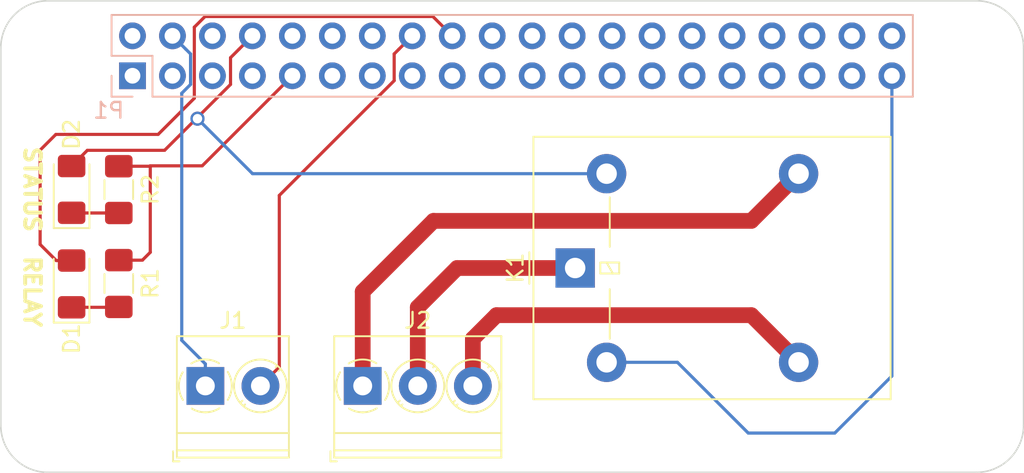
<source format=kicad_pcb>
(kicad_pcb (version 20171130) (host pcbnew "(5.0.0)")

  (general
    (thickness 1.6)
    (drawings 10)
    (tracks 59)
    (zones 0)
    (modules 12)
    (nets 37)
  )

  (page A3)
  (title_block
    (date "15 nov 2012")
  )

  (layers
    (0 F.Cu signal)
    (31 B.Cu signal)
    (32 B.Adhes user)
    (33 F.Adhes user)
    (34 B.Paste user)
    (35 F.Paste user)
    (36 B.SilkS user)
    (37 F.SilkS user)
    (38 B.Mask user)
    (39 F.Mask user)
    (40 Dwgs.User user)
    (41 Cmts.User user)
    (42 Eco1.User user)
    (43 Eco2.User user)
    (44 Edge.Cuts user)
  )

  (setup
    (last_trace_width 0.2)
    (trace_clearance 0.2)
    (zone_clearance 0.508)
    (zone_45_only no)
    (trace_min 0.1524)
    (segment_width 0.1)
    (edge_width 0.1)
    (via_size 0.9)
    (via_drill 0.6)
    (via_min_size 0.8)
    (via_min_drill 0.5)
    (uvia_size 0.5)
    (uvia_drill 0.1)
    (uvias_allowed no)
    (uvia_min_size 0.5)
    (uvia_min_drill 0.1)
    (pcb_text_width 0.3)
    (pcb_text_size 1 1)
    (mod_edge_width 0.15)
    (mod_text_size 1 1)
    (mod_text_width 0.15)
    (pad_size 2.5 2.5)
    (pad_drill 2.5)
    (pad_to_mask_clearance 0)
    (aux_axis_origin 200 150)
    (grid_origin 200 150)
    (visible_elements 7FFFFFFF)
    (pcbplotparams
      (layerselection 0x00030_ffffffff)
      (usegerberextensions false)
      (usegerberattributes true)
      (usegerberadvancedattributes false)
      (creategerberjobfile false)
      (excludeedgelayer true)
      (linewidth 0.150000)
      (plotframeref false)
      (viasonmask false)
      (mode 1)
      (useauxorigin false)
      (hpglpennumber 1)
      (hpglpenspeed 20)
      (hpglpendiameter 15.000000)
      (psnegative false)
      (psa4output false)
      (plotreference true)
      (plotvalue true)
      (plotinvisibletext false)
      (padsonsilk false)
      (subtractmaskfromsilk false)
      (outputformat 1)
      (mirror false)
      (drillshape 0)
      (scaleselection 1)
      (outputdirectory "gerber/"))
  )

  (net 0 "")
  (net 1 +3V3)
  (net 2 +5V)
  (net 3 GND)
  (net 4 /ID_SD)
  (net 5 /ID_SC)
  (net 6 /GPIO5)
  (net 7 /GPIO6)
  (net 8 /GPIO26)
  (net 9 "/GPIO2(SDA1)")
  (net 10 "/GPIO3(SCL1)")
  (net 11 "/GPIO4(GCLK)")
  (net 12 "/GPIO14(TXD0)")
  (net 13 "/GPIO15(RXD0)")
  (net 14 "/GPIO17(GEN0)")
  (net 15 "/GPIO27(GEN2)")
  (net 16 "/GPIO22(GEN3)")
  (net 17 "/GPIO23(GEN4)")
  (net 18 "/GPIO24(GEN5)")
  (net 19 "/GPIO25(GEN6)")
  (net 20 "/GPIO18(GEN1)(PWM0)")
  (net 21 "/GPIO10(SPI0_MOSI)")
  (net 22 "/GPIO9(SPI0_MISO)")
  (net 23 "/GPIO11(SPI0_SCK)")
  (net 24 "/GPIO8(SPI0_CE_N)")
  (net 25 "/GPIO7(SPI1_CE_N)")
  (net 26 "/GPIO12(PWM0)")
  (net 27 "/GPIO13(PWM1)")
  (net 28 "/GPIO19(SPI1_MISO)")
  (net 29 /GPIO16)
  (net 30 "/GPIO20(SPI1_MOSI)")
  (net 31 "/GPIO21(SPI1_SCK)")
  (net 32 "Net-(D1-Pad1)")
  (net 33 "Net-(J2-Pad1)")
  (net 34 "Net-(J2-Pad2)")
  (net 35 "Net-(J2-Pad3)")
  (net 36 "Net-(D2-Pad1)")

  (net_class Default "This is the default net class."
    (clearance 0.2)
    (trace_width 0.2)
    (via_dia 0.9)
    (via_drill 0.6)
    (uvia_dia 0.5)
    (uvia_drill 0.1)
    (add_net +3V3)
    (add_net +5V)
    (add_net "/GPIO10(SPI0_MOSI)")
    (add_net "/GPIO11(SPI0_SCK)")
    (add_net "/GPIO12(PWM0)")
    (add_net "/GPIO13(PWM1)")
    (add_net "/GPIO14(TXD0)")
    (add_net "/GPIO15(RXD0)")
    (add_net /GPIO16)
    (add_net "/GPIO17(GEN0)")
    (add_net "/GPIO18(GEN1)(PWM0)")
    (add_net "/GPIO19(SPI1_MISO)")
    (add_net "/GPIO2(SDA1)")
    (add_net "/GPIO20(SPI1_MOSI)")
    (add_net "/GPIO21(SPI1_SCK)")
    (add_net "/GPIO22(GEN3)")
    (add_net "/GPIO23(GEN4)")
    (add_net "/GPIO24(GEN5)")
    (add_net "/GPIO25(GEN6)")
    (add_net /GPIO26)
    (add_net "/GPIO27(GEN2)")
    (add_net "/GPIO3(SCL1)")
    (add_net "/GPIO4(GCLK)")
    (add_net /GPIO5)
    (add_net /GPIO6)
    (add_net "/GPIO7(SPI1_CE_N)")
    (add_net "/GPIO8(SPI0_CE_N)")
    (add_net "/GPIO9(SPI0_MISO)")
    (add_net /ID_SC)
    (add_net /ID_SD)
    (add_net GND)
    (add_net "Net-(D1-Pad1)")
    (add_net "Net-(D2-Pad1)")
  )

  (net_class Power ""
    (clearance 0.5)
    (trace_width 1)
    (via_dia 1)
    (via_drill 0.7)
    (uvia_dia 0.5)
    (uvia_drill 0.1)
    (add_net "Net-(J2-Pad1)")
    (add_net "Net-(J2-Pad2)")
    (add_net "Net-(J2-Pad3)")
  )

  (module LED_SMD:LED_1206_3216Metric_Pad1.42x1.75mm_HandSolder (layer F.Cu) (tedit 5B4B45C9) (tstamp 5B80F3C6)
    (at 204.5 132 90)
    (descr "LED SMD 1206 (3216 Metric), square (rectangular) end terminal, IPC_7351 nominal, (Body size source: http://www.tortai-tech.com/upload/download/2011102023233369053.pdf), generated with kicad-footprint-generator")
    (tags "LED handsolder")
    (path /5B76D8B5)
    (attr smd)
    (fp_text reference D2 (at 3.5 0 90) (layer F.SilkS)
      (effects (font (size 1 1) (thickness 0.15)))
    )
    (fp_text value LED (at 0 1.82 90) (layer F.Fab)
      (effects (font (size 1 1) (thickness 0.15)))
    )
    (fp_line (start 1.6 -0.8) (end -1.2 -0.8) (layer F.Fab) (width 0.1))
    (fp_line (start -1.2 -0.8) (end -1.6 -0.4) (layer F.Fab) (width 0.1))
    (fp_line (start -1.6 -0.4) (end -1.6 0.8) (layer F.Fab) (width 0.1))
    (fp_line (start -1.6 0.8) (end 1.6 0.8) (layer F.Fab) (width 0.1))
    (fp_line (start 1.6 0.8) (end 1.6 -0.8) (layer F.Fab) (width 0.1))
    (fp_line (start 1.6 -1.135) (end -2.46 -1.135) (layer F.SilkS) (width 0.12))
    (fp_line (start -2.46 -1.135) (end -2.46 1.135) (layer F.SilkS) (width 0.12))
    (fp_line (start -2.46 1.135) (end 1.6 1.135) (layer F.SilkS) (width 0.12))
    (fp_line (start -2.45 1.12) (end -2.45 -1.12) (layer F.CrtYd) (width 0.05))
    (fp_line (start -2.45 -1.12) (end 2.45 -1.12) (layer F.CrtYd) (width 0.05))
    (fp_line (start 2.45 -1.12) (end 2.45 1.12) (layer F.CrtYd) (width 0.05))
    (fp_line (start 2.45 1.12) (end -2.45 1.12) (layer F.CrtYd) (width 0.05))
    (fp_text user %R (at 0 0 90) (layer F.Fab)
      (effects (font (size 0.8 0.8) (thickness 0.12)))
    )
    (pad 1 smd roundrect (at -1.4875 0 90) (size 1.425 1.75) (layers F.Cu F.Paste F.Mask) (roundrect_rratio 0.175439)
      (net 36 "Net-(D2-Pad1)"))
    (pad 2 smd roundrect (at 1.4875 0 90) (size 1.425 1.75) (layers F.Cu F.Paste F.Mask) (roundrect_rratio 0.175439)
      (net 12 "/GPIO14(TXD0)"))
    (model ${KISYS3DMOD}/LED_SMD.3dshapes/LED_1206_3216Metric.wrl
      (at (xyz 0 0 0))
      (scale (xyz 1 1 1))
      (rotate (xyz 0 0 0))
    )
  )

  (module Resistor_SMD:R_1206_3216Metric_Pad1.42x1.75mm_HandSolder (layer F.Cu) (tedit 5B301BBD) (tstamp 5B80F3D7)
    (at 207.5 132.0125 90)
    (descr "Resistor SMD 1206 (3216 Metric), square (rectangular) end terminal, IPC_7351 nominal with elongated pad for handsoldering. (Body size source: http://www.tortai-tech.com/upload/download/2011102023233369053.pdf), generated with kicad-footprint-generator")
    (tags "resistor handsolder")
    (path /5B76D8BC)
    (attr smd)
    (fp_text reference R2 (at 0 2 90) (layer F.SilkS)
      (effects (font (size 1 1) (thickness 0.15)))
    )
    (fp_text value R (at 0 1.82 90) (layer F.Fab)
      (effects (font (size 1 1) (thickness 0.15)))
    )
    (fp_line (start -1.6 0.8) (end -1.6 -0.8) (layer F.Fab) (width 0.1))
    (fp_line (start -1.6 -0.8) (end 1.6 -0.8) (layer F.Fab) (width 0.1))
    (fp_line (start 1.6 -0.8) (end 1.6 0.8) (layer F.Fab) (width 0.1))
    (fp_line (start 1.6 0.8) (end -1.6 0.8) (layer F.Fab) (width 0.1))
    (fp_line (start -0.602064 -0.91) (end 0.602064 -0.91) (layer F.SilkS) (width 0.12))
    (fp_line (start -0.602064 0.91) (end 0.602064 0.91) (layer F.SilkS) (width 0.12))
    (fp_line (start -2.45 1.12) (end -2.45 -1.12) (layer F.CrtYd) (width 0.05))
    (fp_line (start -2.45 -1.12) (end 2.45 -1.12) (layer F.CrtYd) (width 0.05))
    (fp_line (start 2.45 -1.12) (end 2.45 1.12) (layer F.CrtYd) (width 0.05))
    (fp_line (start 2.45 1.12) (end -2.45 1.12) (layer F.CrtYd) (width 0.05))
    (fp_text user %R (at 0 0 90) (layer F.Fab)
      (effects (font (size 0.8 0.8) (thickness 0.12)))
    )
    (pad 1 smd roundrect (at -1.4875 0 90) (size 1.425 1.75) (layers F.Cu F.Paste F.Mask) (roundrect_rratio 0.175439)
      (net 36 "Net-(D2-Pad1)"))
    (pad 2 smd roundrect (at 1.4875 0 90) (size 1.425 1.75) (layers F.Cu F.Paste F.Mask) (roundrect_rratio 0.175439)
      (net 3 GND))
    (model ${KISYS3DMOD}/Resistor_SMD.3dshapes/R_1206_3216Metric.wrl
      (at (xyz 0 0 0))
      (scale (xyz 1 1 1))
      (rotate (xyz 0 0 0))
    )
  )

  (module Connector_PinSocket_2.54mm:PinSocket_2x20_P2.54mm_Vertical (layer B.Cu) (tedit 5A19A433) (tstamp 5A793E9F)
    (at 208.37 124.77 270)
    (descr "Through hole straight socket strip, 2x20, 2.54mm pitch, double cols (from Kicad 4.0.7), script generated")
    (tags "Through hole socket strip THT 2x20 2.54mm double row")
    (path /59AD464A)
    (fp_text reference P1 (at 2.208 1.512) (layer B.SilkS)
      (effects (font (size 1 1) (thickness 0.15)) (justify mirror))
    )
    (fp_text value Conn_02x20_Odd_Even (at -1.27 -51.03 270) (layer B.Fab)
      (effects (font (size 1 1) (thickness 0.15)) (justify mirror))
    )
    (fp_line (start -3.81 1.27) (end 0.27 1.27) (layer B.Fab) (width 0.1))
    (fp_line (start 0.27 1.27) (end 1.27 0.27) (layer B.Fab) (width 0.1))
    (fp_line (start 1.27 0.27) (end 1.27 -49.53) (layer B.Fab) (width 0.1))
    (fp_line (start 1.27 -49.53) (end -3.81 -49.53) (layer B.Fab) (width 0.1))
    (fp_line (start -3.81 -49.53) (end -3.81 1.27) (layer B.Fab) (width 0.1))
    (fp_line (start -3.87 1.33) (end -1.27 1.33) (layer B.SilkS) (width 0.12))
    (fp_line (start -3.87 1.33) (end -3.87 -49.59) (layer B.SilkS) (width 0.12))
    (fp_line (start -3.87 -49.59) (end 1.33 -49.59) (layer B.SilkS) (width 0.12))
    (fp_line (start 1.33 -1.27) (end 1.33 -49.59) (layer B.SilkS) (width 0.12))
    (fp_line (start -1.27 -1.27) (end 1.33 -1.27) (layer B.SilkS) (width 0.12))
    (fp_line (start -1.27 1.33) (end -1.27 -1.27) (layer B.SilkS) (width 0.12))
    (fp_line (start 1.33 1.33) (end 1.33 0) (layer B.SilkS) (width 0.12))
    (fp_line (start 0 1.33) (end 1.33 1.33) (layer B.SilkS) (width 0.12))
    (fp_line (start -4.34 1.8) (end 1.76 1.8) (layer B.CrtYd) (width 0.05))
    (fp_line (start 1.76 1.8) (end 1.76 -50) (layer B.CrtYd) (width 0.05))
    (fp_line (start 1.76 -50) (end -4.34 -50) (layer B.CrtYd) (width 0.05))
    (fp_line (start -4.34 -50) (end -4.34 1.8) (layer B.CrtYd) (width 0.05))
    (fp_text user %R (at -1.27 -24.13 180) (layer B.Fab)
      (effects (font (size 1 1) (thickness 0.15)) (justify mirror))
    )
    (pad 1 thru_hole rect (at 0 0 270) (size 1.7 1.7) (drill 1) (layers *.Cu *.Mask)
      (net 1 +3V3))
    (pad 2 thru_hole oval (at -2.54 0 270) (size 1.7 1.7) (drill 1) (layers *.Cu *.Mask)
      (net 2 +5V))
    (pad 3 thru_hole oval (at 0 -2.54 270) (size 1.7 1.7) (drill 1) (layers *.Cu *.Mask)
      (net 9 "/GPIO2(SDA1)"))
    (pad 4 thru_hole oval (at -2.54 -2.54 270) (size 1.7 1.7) (drill 1) (layers *.Cu *.Mask)
      (net 2 +5V))
    (pad 5 thru_hole oval (at 0 -5.08 270) (size 1.7 1.7) (drill 1) (layers *.Cu *.Mask)
      (net 10 "/GPIO3(SCL1)"))
    (pad 6 thru_hole oval (at -2.54 -5.08 270) (size 1.7 1.7) (drill 1) (layers *.Cu *.Mask)
      (net 3 GND))
    (pad 7 thru_hole oval (at 0 -7.62 270) (size 1.7 1.7) (drill 1) (layers *.Cu *.Mask)
      (net 11 "/GPIO4(GCLK)"))
    (pad 8 thru_hole oval (at -2.54 -7.62 270) (size 1.7 1.7) (drill 1) (layers *.Cu *.Mask)
      (net 12 "/GPIO14(TXD0)"))
    (pad 9 thru_hole oval (at 0 -10.16 270) (size 1.7 1.7) (drill 1) (layers *.Cu *.Mask)
      (net 3 GND))
    (pad 10 thru_hole oval (at -2.54 -10.16 270) (size 1.7 1.7) (drill 1) (layers *.Cu *.Mask)
      (net 13 "/GPIO15(RXD0)"))
    (pad 11 thru_hole oval (at 0 -12.7 270) (size 1.7 1.7) (drill 1) (layers *.Cu *.Mask)
      (net 14 "/GPIO17(GEN0)"))
    (pad 12 thru_hole oval (at -2.54 -12.7 270) (size 1.7 1.7) (drill 1) (layers *.Cu *.Mask)
      (net 20 "/GPIO18(GEN1)(PWM0)"))
    (pad 13 thru_hole oval (at 0 -15.24 270) (size 1.7 1.7) (drill 1) (layers *.Cu *.Mask)
      (net 15 "/GPIO27(GEN2)"))
    (pad 14 thru_hole oval (at -2.54 -15.24 270) (size 1.7 1.7) (drill 1) (layers *.Cu *.Mask)
      (net 3 GND))
    (pad 15 thru_hole oval (at 0 -17.78 270) (size 1.7 1.7) (drill 1) (layers *.Cu *.Mask)
      (net 16 "/GPIO22(GEN3)"))
    (pad 16 thru_hole oval (at -2.54 -17.78 270) (size 1.7 1.7) (drill 1) (layers *.Cu *.Mask)
      (net 17 "/GPIO23(GEN4)"))
    (pad 17 thru_hole oval (at 0 -20.32 270) (size 1.7 1.7) (drill 1) (layers *.Cu *.Mask)
      (net 1 +3V3))
    (pad 18 thru_hole oval (at -2.54 -20.32 270) (size 1.7 1.7) (drill 1) (layers *.Cu *.Mask)
      (net 18 "/GPIO24(GEN5)"))
    (pad 19 thru_hole oval (at 0 -22.86 270) (size 1.7 1.7) (drill 1) (layers *.Cu *.Mask)
      (net 21 "/GPIO10(SPI0_MOSI)"))
    (pad 20 thru_hole oval (at -2.54 -22.86 270) (size 1.7 1.7) (drill 1) (layers *.Cu *.Mask)
      (net 3 GND))
    (pad 21 thru_hole oval (at 0 -25.4 270) (size 1.7 1.7) (drill 1) (layers *.Cu *.Mask)
      (net 22 "/GPIO9(SPI0_MISO)"))
    (pad 22 thru_hole oval (at -2.54 -25.4 270) (size 1.7 1.7) (drill 1) (layers *.Cu *.Mask)
      (net 19 "/GPIO25(GEN6)"))
    (pad 23 thru_hole oval (at 0 -27.94 270) (size 1.7 1.7) (drill 1) (layers *.Cu *.Mask)
      (net 23 "/GPIO11(SPI0_SCK)"))
    (pad 24 thru_hole oval (at -2.54 -27.94 270) (size 1.7 1.7) (drill 1) (layers *.Cu *.Mask)
      (net 24 "/GPIO8(SPI0_CE_N)"))
    (pad 25 thru_hole oval (at 0 -30.48 270) (size 1.7 1.7) (drill 1) (layers *.Cu *.Mask)
      (net 3 GND))
    (pad 26 thru_hole oval (at -2.54 -30.48 270) (size 1.7 1.7) (drill 1) (layers *.Cu *.Mask)
      (net 25 "/GPIO7(SPI1_CE_N)"))
    (pad 27 thru_hole oval (at 0 -33.02 270) (size 1.7 1.7) (drill 1) (layers *.Cu *.Mask)
      (net 4 /ID_SD))
    (pad 28 thru_hole oval (at -2.54 -33.02 270) (size 1.7 1.7) (drill 1) (layers *.Cu *.Mask)
      (net 5 /ID_SC))
    (pad 29 thru_hole oval (at 0 -35.56 270) (size 1.7 1.7) (drill 1) (layers *.Cu *.Mask)
      (net 6 /GPIO5))
    (pad 30 thru_hole oval (at -2.54 -35.56 270) (size 1.7 1.7) (drill 1) (layers *.Cu *.Mask)
      (net 3 GND))
    (pad 31 thru_hole oval (at 0 -38.1 270) (size 1.7 1.7) (drill 1) (layers *.Cu *.Mask)
      (net 7 /GPIO6))
    (pad 32 thru_hole oval (at -2.54 -38.1 270) (size 1.7 1.7) (drill 1) (layers *.Cu *.Mask)
      (net 26 "/GPIO12(PWM0)"))
    (pad 33 thru_hole oval (at 0 -40.64 270) (size 1.7 1.7) (drill 1) (layers *.Cu *.Mask)
      (net 27 "/GPIO13(PWM1)"))
    (pad 34 thru_hole oval (at -2.54 -40.64 270) (size 1.7 1.7) (drill 1) (layers *.Cu *.Mask)
      (net 3 GND))
    (pad 35 thru_hole oval (at 0 -43.18 270) (size 1.7 1.7) (drill 1) (layers *.Cu *.Mask)
      (net 28 "/GPIO19(SPI1_MISO)"))
    (pad 36 thru_hole oval (at -2.54 -43.18 270) (size 1.7 1.7) (drill 1) (layers *.Cu *.Mask)
      (net 29 /GPIO16))
    (pad 37 thru_hole oval (at 0 -45.72 270) (size 1.7 1.7) (drill 1) (layers *.Cu *.Mask)
      (net 8 /GPIO26))
    (pad 38 thru_hole oval (at -2.54 -45.72 270) (size 1.7 1.7) (drill 1) (layers *.Cu *.Mask)
      (net 30 "/GPIO20(SPI1_MOSI)"))
    (pad 39 thru_hole oval (at 0 -48.26 270) (size 1.7 1.7) (drill 1) (layers *.Cu *.Mask)
      (net 3 GND))
    (pad 40 thru_hole oval (at -2.54 -48.26 270) (size 1.7 1.7) (drill 1) (layers *.Cu *.Mask)
      (net 31 "/GPIO21(SPI1_SCK)"))
    (model ${KISYS3DMOD}/Connector_PinSocket_2.54mm.3dshapes/PinSocket_2x20_P2.54mm_Vertical.wrl
      (at (xyz 0 0 0))
      (scale (xyz 1 1 1))
      (rotate (xyz 0 0 0))
    )
  )

  (module MountingHole:MountingHole_2.7mm_M2.5 (layer F.Cu) (tedit 5B74A41B) (tstamp 5A793E98)
    (at 261.5 146.5)
    (descr "Mounting Hole 2.7mm, no annular, M2.5")
    (tags "mounting hole 2.7mm no annular m2.5")
    (path /5834FC4F)
    (attr virtual)
    (fp_text reference MK4 (at 0 -3.7) (layer F.SilkS) hide
      (effects (font (size 1 1) (thickness 0.15)))
    )
    (fp_text value M2.5 (at 0 3.7) (layer F.Fab)
      (effects (font (size 1 1) (thickness 0.15)))
    )
    (fp_circle (center 0 0) (end 2.95 0) (layer F.CrtYd) (width 0.05))
    (fp_circle (center 0 0) (end 2.7 0) (layer Cmts.User) (width 0.15))
    (fp_text user %R (at 0.3 0) (layer F.Fab)
      (effects (font (size 1 1) (thickness 0.15)))
    )
    (pad 1 np_thru_hole circle (at 0 0) (size 2.7 2.7) (drill 2.7) (layers *.Cu *.Mask))
  )

  (module MountingHole:MountingHole_2.7mm_M2.5 (layer F.Cu) (tedit 5B74A40D) (tstamp 5A793E91)
    (at 203.5 146.5)
    (descr "Mounting Hole 2.7mm, no annular, M2.5")
    (tags "mounting hole 2.7mm no annular m2.5")
    (path /5834FBEF)
    (attr virtual)
    (fp_text reference MK3 (at 3 -3) (layer F.SilkS) hide
      (effects (font (size 1 1) (thickness 0.15)))
    )
    (fp_text value M2.5 (at 0 3.7) (layer F.Fab)
      (effects (font (size 1 1) (thickness 0.15)))
    )
    (fp_text user %R (at 0.3 0) (layer F.Fab)
      (effects (font (size 1 1) (thickness 0.15)))
    )
    (fp_circle (center 0 0) (end 2.7 0) (layer Cmts.User) (width 0.15))
    (fp_circle (center 0 0) (end 2.95 0) (layer F.CrtYd) (width 0.05))
    (pad 1 np_thru_hole circle (at 0 0) (size 2.7 2.7) (drill 2.7) (layers *.Cu *.Mask))
  )

  (module MountingHole:MountingHole_2.7mm_M2.5 (layer F.Cu) (tedit 5B74A422) (tstamp 5A793E8A)
    (at 261.5 123.5 180)
    (descr "Mounting Hole 2.7mm, no annular, M2.5")
    (tags "mounting hole 2.7mm no annular m2.5")
    (path /5834FC19)
    (attr virtual)
    (fp_text reference MK2 (at 0 -3.7 180) (layer F.SilkS) hide
      (effects (font (size 1 1) (thickness 0.15)))
    )
    (fp_text value M2.5 (at 0 3.7 180) (layer F.Fab)
      (effects (font (size 1 1) (thickness 0.15)))
    )
    (fp_circle (center 0 0) (end 2.95 0) (layer F.CrtYd) (width 0.05))
    (fp_circle (center 0 0) (end 2.7 0) (layer Cmts.User) (width 0.15))
    (fp_text user %R (at 0.3 0 180) (layer F.Fab)
      (effects (font (size 1 1) (thickness 0.15)))
    )
    (pad 1 np_thru_hole circle (at 0 0 180) (size 2.7 2.7) (drill 2.7) (layers *.Cu *.Mask))
  )

  (module MountingHole:MountingHole_2.7mm_M2.5 (layer F.Cu) (tedit 5B74A415) (tstamp 5A793E83)
    (at 203.5 123.5 180)
    (descr "Mounting Hole 2.7mm, no annular, M2.5")
    (tags "mounting hole 2.7mm no annular m2.5")
    (path /5834FB2E)
    (attr virtual)
    (fp_text reference MK1 (at 0 -3.7 180) (layer F.SilkS) hide
      (effects (font (size 1 1) (thickness 0.15)))
    )
    (fp_text value M2.5 (at 0 3.7 180) (layer F.Fab)
      (effects (font (size 1 1) (thickness 0.15)))
    )
    (fp_text user %R (at 0.3 0 180) (layer F.Fab)
      (effects (font (size 1 1) (thickness 0.15)))
    )
    (fp_circle (center 0 0) (end 2.7 0) (layer Cmts.User) (width 0.15))
    (fp_circle (center 0 0) (end 2.95 0) (layer F.CrtYd) (width 0.05))
    (pad 1 np_thru_hole circle (at 0 0 180) (size 2.7 2.7) (drill 2.7) (layers *.Cu *.Mask))
  )

  (module LED_SMD:LED_1206_3216Metric_Pad1.42x1.75mm_HandSolder (layer F.Cu) (tedit 5B4B45C9) (tstamp 5B80E895)
    (at 204.5 138.0125 90)
    (descr "LED SMD 1206 (3216 Metric), square (rectangular) end terminal, IPC_7351 nominal, (Body size source: http://www.tortai-tech.com/upload/download/2011102023233369053.pdf), generated with kicad-footprint-generator")
    (tags "LED handsolder")
    (path /5B75BBE7)
    (attr smd)
    (fp_text reference D1 (at -3.4875 0 90) (layer F.SilkS)
      (effects (font (size 1 1) (thickness 0.15)))
    )
    (fp_text value LED (at 0 1.82 90) (layer F.Fab)
      (effects (font (size 1 1) (thickness 0.15)))
    )
    (fp_line (start 1.6 -0.8) (end -1.2 -0.8) (layer F.Fab) (width 0.1))
    (fp_line (start -1.2 -0.8) (end -1.6 -0.4) (layer F.Fab) (width 0.1))
    (fp_line (start -1.6 -0.4) (end -1.6 0.8) (layer F.Fab) (width 0.1))
    (fp_line (start -1.6 0.8) (end 1.6 0.8) (layer F.Fab) (width 0.1))
    (fp_line (start 1.6 0.8) (end 1.6 -0.8) (layer F.Fab) (width 0.1))
    (fp_line (start 1.6 -1.135) (end -2.46 -1.135) (layer F.SilkS) (width 0.12))
    (fp_line (start -2.46 -1.135) (end -2.46 1.135) (layer F.SilkS) (width 0.12))
    (fp_line (start -2.46 1.135) (end 1.6 1.135) (layer F.SilkS) (width 0.12))
    (fp_line (start -2.45 1.12) (end -2.45 -1.12) (layer F.CrtYd) (width 0.05))
    (fp_line (start -2.45 -1.12) (end 2.45 -1.12) (layer F.CrtYd) (width 0.05))
    (fp_line (start 2.45 -1.12) (end 2.45 1.12) (layer F.CrtYd) (width 0.05))
    (fp_line (start 2.45 1.12) (end -2.45 1.12) (layer F.CrtYd) (width 0.05))
    (fp_text user %R (at 0 0 90) (layer F.Fab)
      (effects (font (size 0.8 0.8) (thickness 0.12)))
    )
    (pad 1 smd roundrect (at -1.4875 0 90) (size 1.425 1.75) (layers F.Cu F.Paste F.Mask) (roundrect_rratio 0.175439)
      (net 32 "Net-(D1-Pad1)"))
    (pad 2 smd roundrect (at 1.4875 0 90) (size 1.425 1.75) (layers F.Cu F.Paste F.Mask) (roundrect_rratio 0.175439)
      (net 18 "/GPIO24(GEN5)"))
    (model ${KISYS3DMOD}/LED_SMD.3dshapes/LED_1206_3216Metric.wrl
      (at (xyz 0 0 0))
      (scale (xyz 1 1 1))
      (rotate (xyz 0 0 0))
    )
  )

  (module TerminalBlock_Phoenix:TerminalBlock_Phoenix_PT-1,5-2-3.5-H_1x02_P3.50mm_Horizontal (layer F.Cu) (tedit 5B294F3F) (tstamp 5B80E8BF)
    (at 213 144.5)
    (descr "Terminal Block Phoenix PT-1,5-2-3.5-H, 2 pins, pitch 3.5mm, size 7x7.6mm^2, drill diamater 1.2mm, pad diameter 2.4mm, see , script-generated using https://github.com/pointhi/kicad-footprint-generator/scripts/TerminalBlock_Phoenix")
    (tags "THT Terminal Block Phoenix PT-1,5-2-3.5-H pitch 3.5mm size 7x7.6mm^2 drill 1.2mm pad 2.4mm")
    (path /5B7566A2)
    (fp_text reference J1 (at 1.75 -4.16) (layer F.SilkS)
      (effects (font (size 1 1) (thickness 0.15)))
    )
    (fp_text value Screw_Terminal_01x02 (at 1.75 5.56) (layer F.Fab)
      (effects (font (size 1 1) (thickness 0.15)))
    )
    (fp_arc (start 0 0) (end 0 1.68) (angle -32) (layer F.SilkS) (width 0.12))
    (fp_arc (start 0 0) (end 1.425 0.891) (angle -64) (layer F.SilkS) (width 0.12))
    (fp_arc (start 0 0) (end 0.866 -1.44) (angle -63) (layer F.SilkS) (width 0.12))
    (fp_arc (start 0 0) (end -1.44 -0.866) (angle -63) (layer F.SilkS) (width 0.12))
    (fp_arc (start 0 0) (end -0.866 1.44) (angle -32) (layer F.SilkS) (width 0.12))
    (fp_circle (center 0 0) (end 1.5 0) (layer F.Fab) (width 0.1))
    (fp_circle (center 3.5 0) (end 5 0) (layer F.Fab) (width 0.1))
    (fp_circle (center 3.5 0) (end 5.18 0) (layer F.SilkS) (width 0.12))
    (fp_line (start -1.75 -3.1) (end 5.25 -3.1) (layer F.Fab) (width 0.1))
    (fp_line (start 5.25 -3.1) (end 5.25 4.5) (layer F.Fab) (width 0.1))
    (fp_line (start 5.25 4.5) (end -1.35 4.5) (layer F.Fab) (width 0.1))
    (fp_line (start -1.35 4.5) (end -1.75 4.1) (layer F.Fab) (width 0.1))
    (fp_line (start -1.75 4.1) (end -1.75 -3.1) (layer F.Fab) (width 0.1))
    (fp_line (start -1.75 4.1) (end 5.25 4.1) (layer F.Fab) (width 0.1))
    (fp_line (start -1.81 4.1) (end 5.31 4.1) (layer F.SilkS) (width 0.12))
    (fp_line (start -1.75 3) (end 5.25 3) (layer F.Fab) (width 0.1))
    (fp_line (start -1.81 3) (end 5.31 3) (layer F.SilkS) (width 0.12))
    (fp_line (start -1.81 -3.16) (end 5.31 -3.16) (layer F.SilkS) (width 0.12))
    (fp_line (start -1.81 4.56) (end 5.31 4.56) (layer F.SilkS) (width 0.12))
    (fp_line (start -1.81 -3.16) (end -1.81 4.56) (layer F.SilkS) (width 0.12))
    (fp_line (start 5.31 -3.16) (end 5.31 4.56) (layer F.SilkS) (width 0.12))
    (fp_line (start 1.138 -0.955) (end -0.955 1.138) (layer F.Fab) (width 0.1))
    (fp_line (start 0.955 -1.138) (end -1.138 0.955) (layer F.Fab) (width 0.1))
    (fp_line (start 4.638 -0.955) (end 2.546 1.138) (layer F.Fab) (width 0.1))
    (fp_line (start 4.455 -1.138) (end 2.363 0.955) (layer F.Fab) (width 0.1))
    (fp_line (start 4.775 -1.069) (end 4.646 -0.941) (layer F.SilkS) (width 0.12))
    (fp_line (start 2.525 1.181) (end 2.431 1.274) (layer F.SilkS) (width 0.12))
    (fp_line (start 4.57 -1.275) (end 4.476 -1.181) (layer F.SilkS) (width 0.12))
    (fp_line (start 2.355 0.941) (end 2.226 1.069) (layer F.SilkS) (width 0.12))
    (fp_line (start -2.05 4.16) (end -2.05 4.8) (layer F.SilkS) (width 0.12))
    (fp_line (start -2.05 4.8) (end -1.65 4.8) (layer F.SilkS) (width 0.12))
    (fp_line (start -2.25 -3.6) (end -2.25 5) (layer F.CrtYd) (width 0.05))
    (fp_line (start -2.25 5) (end 5.75 5) (layer F.CrtYd) (width 0.05))
    (fp_line (start 5.75 5) (end 5.75 -3.6) (layer F.CrtYd) (width 0.05))
    (fp_line (start 5.75 -3.6) (end -2.25 -3.6) (layer F.CrtYd) (width 0.05))
    (fp_text user %R (at 1.75 2.4) (layer F.Fab)
      (effects (font (size 1 1) (thickness 0.15)))
    )
    (pad 1 thru_hole rect (at 0 0) (size 2.4 2.4) (drill 1.2) (layers *.Cu *.Mask)
      (net 2 +5V))
    (pad 2 thru_hole circle (at 3.5 0) (size 2.4 2.4) (drill 1.2) (layers *.Cu *.Mask)
      (net 17 "/GPIO23(GEN4)"))
    (model ${KISYS3DMOD}/TerminalBlock_Phoenix.3dshapes/TerminalBlock_Phoenix_PT-1,5-2-3.5-H_1x02_P3.50mm_Horizontal.wrl
      (at (xyz 0 0 0))
      (scale (xyz 1 1 1))
      (rotate (xyz 0 0 0))
    )
  )

  (module TerminalBlock_Phoenix:TerminalBlock_Phoenix_PT-1,5-3-3.5-H_1x03_P3.50mm_Horizontal (layer F.Cu) (tedit 5B294F3F) (tstamp 5B80E8F2)
    (at 223 144.5)
    (descr "Terminal Block Phoenix PT-1,5-3-3.5-H, 3 pins, pitch 3.5mm, size 10.5x7.6mm^2, drill diamater 1.2mm, pad diameter 2.4mm, see , script-generated using https://github.com/pointhi/kicad-footprint-generator/scripts/TerminalBlock_Phoenix")
    (tags "THT Terminal Block Phoenix PT-1,5-3-3.5-H pitch 3.5mm size 10.5x7.6mm^2 drill 1.2mm pad 2.4mm")
    (path /5B74AFC8)
    (fp_text reference J2 (at 3.5 -4.16) (layer F.SilkS)
      (effects (font (size 1 1) (thickness 0.15)))
    )
    (fp_text value Screw_Terminal_01x03 (at 3.5 5.56) (layer F.Fab)
      (effects (font (size 1 1) (thickness 0.15)))
    )
    (fp_arc (start 0 0) (end 0 1.68) (angle -32) (layer F.SilkS) (width 0.12))
    (fp_arc (start 0 0) (end 1.425 0.891) (angle -64) (layer F.SilkS) (width 0.12))
    (fp_arc (start 0 0) (end 0.866 -1.44) (angle -63) (layer F.SilkS) (width 0.12))
    (fp_arc (start 0 0) (end -1.44 -0.866) (angle -63) (layer F.SilkS) (width 0.12))
    (fp_arc (start 0 0) (end -0.866 1.44) (angle -32) (layer F.SilkS) (width 0.12))
    (fp_circle (center 0 0) (end 1.5 0) (layer F.Fab) (width 0.1))
    (fp_circle (center 3.5 0) (end 5 0) (layer F.Fab) (width 0.1))
    (fp_circle (center 3.5 0) (end 5.18 0) (layer F.SilkS) (width 0.12))
    (fp_circle (center 7 0) (end 8.5 0) (layer F.Fab) (width 0.1))
    (fp_circle (center 7 0) (end 8.68 0) (layer F.SilkS) (width 0.12))
    (fp_line (start -1.75 -3.1) (end 8.75 -3.1) (layer F.Fab) (width 0.1))
    (fp_line (start 8.75 -3.1) (end 8.75 4.5) (layer F.Fab) (width 0.1))
    (fp_line (start 8.75 4.5) (end -1.35 4.5) (layer F.Fab) (width 0.1))
    (fp_line (start -1.35 4.5) (end -1.75 4.1) (layer F.Fab) (width 0.1))
    (fp_line (start -1.75 4.1) (end -1.75 -3.1) (layer F.Fab) (width 0.1))
    (fp_line (start -1.75 4.1) (end 8.75 4.1) (layer F.Fab) (width 0.1))
    (fp_line (start -1.81 4.1) (end 8.81 4.1) (layer F.SilkS) (width 0.12))
    (fp_line (start -1.75 3) (end 8.75 3) (layer F.Fab) (width 0.1))
    (fp_line (start -1.81 3) (end 8.81 3) (layer F.SilkS) (width 0.12))
    (fp_line (start -1.81 -3.16) (end 8.81 -3.16) (layer F.SilkS) (width 0.12))
    (fp_line (start -1.81 4.56) (end 8.81 4.56) (layer F.SilkS) (width 0.12))
    (fp_line (start -1.81 -3.16) (end -1.81 4.56) (layer F.SilkS) (width 0.12))
    (fp_line (start 8.81 -3.16) (end 8.81 4.56) (layer F.SilkS) (width 0.12))
    (fp_line (start 1.138 -0.955) (end -0.955 1.138) (layer F.Fab) (width 0.1))
    (fp_line (start 0.955 -1.138) (end -1.138 0.955) (layer F.Fab) (width 0.1))
    (fp_line (start 4.638 -0.955) (end 2.546 1.138) (layer F.Fab) (width 0.1))
    (fp_line (start 4.455 -1.138) (end 2.363 0.955) (layer F.Fab) (width 0.1))
    (fp_line (start 4.775 -1.069) (end 4.646 -0.941) (layer F.SilkS) (width 0.12))
    (fp_line (start 2.525 1.181) (end 2.431 1.274) (layer F.SilkS) (width 0.12))
    (fp_line (start 4.57 -1.275) (end 4.476 -1.181) (layer F.SilkS) (width 0.12))
    (fp_line (start 2.355 0.941) (end 2.226 1.069) (layer F.SilkS) (width 0.12))
    (fp_line (start 8.138 -0.955) (end 6.046 1.138) (layer F.Fab) (width 0.1))
    (fp_line (start 7.955 -1.138) (end 5.863 0.955) (layer F.Fab) (width 0.1))
    (fp_line (start 8.275 -1.069) (end 8.146 -0.941) (layer F.SilkS) (width 0.12))
    (fp_line (start 6.025 1.181) (end 5.931 1.274) (layer F.SilkS) (width 0.12))
    (fp_line (start 8.07 -1.275) (end 7.976 -1.181) (layer F.SilkS) (width 0.12))
    (fp_line (start 5.855 0.941) (end 5.726 1.069) (layer F.SilkS) (width 0.12))
    (fp_line (start -2.05 4.16) (end -2.05 4.8) (layer F.SilkS) (width 0.12))
    (fp_line (start -2.05 4.8) (end -1.65 4.8) (layer F.SilkS) (width 0.12))
    (fp_line (start -2.25 -3.6) (end -2.25 5) (layer F.CrtYd) (width 0.05))
    (fp_line (start -2.25 5) (end 9.25 5) (layer F.CrtYd) (width 0.05))
    (fp_line (start 9.25 5) (end 9.25 -3.6) (layer F.CrtYd) (width 0.05))
    (fp_line (start 9.25 -3.6) (end -2.25 -3.6) (layer F.CrtYd) (width 0.05))
    (fp_text user %R (at 3.5 2.4) (layer F.Fab)
      (effects (font (size 1 1) (thickness 0.15)))
    )
    (pad 1 thru_hole rect (at 0 0) (size 2.4 2.4) (drill 1.2) (layers *.Cu *.Mask)
      (net 33 "Net-(J2-Pad1)"))
    (pad 2 thru_hole circle (at 3.5 0) (size 2.4 2.4) (drill 1.2) (layers *.Cu *.Mask)
      (net 34 "Net-(J2-Pad2)"))
    (pad 3 thru_hole circle (at 7 0) (size 2.4 2.4) (drill 1.2) (layers *.Cu *.Mask)
      (net 35 "Net-(J2-Pad3)"))
    (model ${KISYS3DMOD}/TerminalBlock_Phoenix.3dshapes/TerminalBlock_Phoenix_PT-1,5-3-3.5-H_1x03_P3.50mm_Horizontal.wrl
      (at (xyz 0 0 0))
      (scale (xyz 1 1 1))
      (rotate (xyz 0 0 0))
    )
  )

  (module Relay_THT:Relay_SPDT_Omron-G5LE-1 (layer F.Cu) (tedit 5AE38B37) (tstamp 5B80EFFF)
    (at 236.5 137 90)
    (descr "Omron Relay SPDT, http://www.omron.com/ecb/products/pdf/en-g5le.pdf")
    (tags "Omron Relay SPDT")
    (path /5B74AE5B)
    (fp_text reference K1 (at 0 -3.8 90) (layer F.SilkS)
      (effects (font (size 1 1) (thickness 0.15)))
    )
    (fp_text value G5LE-1 (at 0 20.95 90) (layer F.Fab)
      (effects (font (size 1 1) (thickness 0.15)))
    )
    (fp_line (start 0 -1.55) (end 1 -2.55) (layer F.Fab) (width 0.1))
    (fp_line (start 1 -2.55) (end 8.25 -2.55) (layer F.Fab) (width 0.1))
    (fp_line (start 8.25 -2.55) (end 8.25 19.95) (layer F.Fab) (width 0.1))
    (fp_line (start 8.25 19.95) (end -8.25 19.95) (layer F.Fab) (width 0.1))
    (fp_line (start -8.25 19.95) (end -8.25 -2.55) (layer F.Fab) (width 0.1))
    (fp_line (start -8.25 -2.55) (end -1 -2.55) (layer F.Fab) (width 0.1))
    (fp_line (start -1 -2.55) (end 0 -1.55) (layer F.Fab) (width 0.1))
    (fp_line (start -4.5 2) (end 4.5 2) (layer F.Fab) (width 0.1))
    (fp_line (start 8.35 20.05) (end 8.35 -2.65) (layer F.SilkS) (width 0.12))
    (fp_line (start 8.35 -2.65) (end -8.35 -2.65) (layer F.SilkS) (width 0.12))
    (fp_line (start -8.35 -2.65) (end -8.35 20.05) (layer F.SilkS) (width 0.12))
    (fp_line (start -8.35 20.05) (end 8.35 20.05) (layer F.SilkS) (width 0.12))
    (fp_line (start -0.35 2.4) (end 0.35 2) (layer F.SilkS) (width 0.12))
    (fp_line (start 0.35 2.8) (end 0.35 1.6) (layer F.SilkS) (width 0.12))
    (fp_line (start 0.35 1.6) (end -0.35 1.6) (layer F.SilkS) (width 0.12))
    (fp_line (start -0.35 1.6) (end -0.35 2.8) (layer F.SilkS) (width 0.12))
    (fp_line (start -0.35 2.8) (end 0.35 2.8) (layer F.SilkS) (width 0.12))
    (fp_line (start -1 -2.91) (end 1 -2.91) (layer F.SilkS) (width 0.12))
    (fp_line (start -4.5 2.2) (end -1.35 2.2) (layer F.SilkS) (width 0.12))
    (fp_line (start 1.35 2.2) (end 4.5 2.2) (layer F.SilkS) (width 0.12))
    (fp_line (start 8.5 20.2) (end 8.5 -2.8) (layer F.CrtYd) (width 0.05))
    (fp_line (start 8.5 -2.8) (end -8.5 -2.8) (layer F.CrtYd) (width 0.05))
    (fp_line (start -8.5 -2.8) (end -8.5 20.2) (layer F.CrtYd) (width 0.05))
    (fp_line (start -8.5 20.2) (end 8.5 20.2) (layer F.CrtYd) (width 0.05))
    (fp_text user %R (at 0 8.7 90) (layer F.Fab)
      (effects (font (size 1 1) (thickness 0.15)))
    )
    (pad 1 thru_hole rect (at 0 0 90) (size 2.5 2.5) (drill 1.3) (layers *.Cu *.Mask)
      (net 34 "Net-(J2-Pad2)"))
    (pad 2 thru_hole oval (at -6 2 90) (size 2.5 2.5) (drill 1.3) (layers *.Cu *.Mask)
      (net 3 GND))
    (pad 3 thru_hole oval (at -6 14.2 90) (size 2.5 2.5) (drill 1.3) (layers *.Cu *.Mask)
      (net 35 "Net-(J2-Pad3)"))
    (pad 4 thru_hole oval (at 6 14.2 90) (size 2.5 2.5) (drill 1.3) (layers *.Cu *.Mask)
      (net 33 "Net-(J2-Pad1)"))
    (pad 5 thru_hole oval (at 6 2 90) (size 2.5 2.5) (drill 1.3) (layers *.Cu *.Mask)
      (net 12 "/GPIO14(TXD0)"))
    (model ${KISYS3DMOD}/Relay_THT.3dshapes/Relay_SPDT_Omron-G5LE-1.wrl
      (at (xyz 0 0 0))
      (scale (xyz 1 1 1))
      (rotate (xyz 0 0 0))
    )
  )

  (module Resistor_SMD:R_1206_3216Metric_Pad1.42x1.75mm_HandSolder (layer F.Cu) (tedit 5B301BBD) (tstamp 5B80E97A)
    (at 207.5 137.9875 90)
    (descr "Resistor SMD 1206 (3216 Metric), square (rectangular) end terminal, IPC_7351 nominal with elongated pad for handsoldering. (Body size source: http://www.tortai-tech.com/upload/download/2011102023233369053.pdf), generated with kicad-footprint-generator")
    (tags "resistor handsolder")
    (path /5B75BDC1)
    (attr smd)
    (fp_text reference R1 (at 0 2 90) (layer F.SilkS)
      (effects (font (size 1 1) (thickness 0.15)))
    )
    (fp_text value R (at 0 1.82 90) (layer F.Fab)
      (effects (font (size 1 1) (thickness 0.15)))
    )
    (fp_line (start -1.6 0.8) (end -1.6 -0.8) (layer F.Fab) (width 0.1))
    (fp_line (start -1.6 -0.8) (end 1.6 -0.8) (layer F.Fab) (width 0.1))
    (fp_line (start 1.6 -0.8) (end 1.6 0.8) (layer F.Fab) (width 0.1))
    (fp_line (start 1.6 0.8) (end -1.6 0.8) (layer F.Fab) (width 0.1))
    (fp_line (start -0.602064 -0.91) (end 0.602064 -0.91) (layer F.SilkS) (width 0.12))
    (fp_line (start -0.602064 0.91) (end 0.602064 0.91) (layer F.SilkS) (width 0.12))
    (fp_line (start -2.45 1.12) (end -2.45 -1.12) (layer F.CrtYd) (width 0.05))
    (fp_line (start -2.45 -1.12) (end 2.45 -1.12) (layer F.CrtYd) (width 0.05))
    (fp_line (start 2.45 -1.12) (end 2.45 1.12) (layer F.CrtYd) (width 0.05))
    (fp_line (start 2.45 1.12) (end -2.45 1.12) (layer F.CrtYd) (width 0.05))
    (fp_text user %R (at 0 0 90) (layer F.Fab)
      (effects (font (size 0.8 0.8) (thickness 0.12)))
    )
    (pad 1 smd roundrect (at -1.4875 0 90) (size 1.425 1.75) (layers F.Cu F.Paste F.Mask) (roundrect_rratio 0.175439)
      (net 32 "Net-(D1-Pad1)"))
    (pad 2 smd roundrect (at 1.4875 0 90) (size 1.425 1.75) (layers F.Cu F.Paste F.Mask) (roundrect_rratio 0.175439)
      (net 3 GND))
    (model ${KISYS3DMOD}/Resistor_SMD.3dshapes/R_1206_3216Metric.wrl
      (at (xyz 0 0 0))
      (scale (xyz 1 1 1))
      (rotate (xyz 0 0 0))
    )
  )

  (gr_text RELAY (at 202 138.5 270) (layer F.SilkS)
    (effects (font (size 1 1) (thickness 0.25)))
  )
  (gr_text STATUS (at 202 132 270) (layer F.SilkS)
    (effects (font (size 1 1) (thickness 0.25)))
  )
  (gr_line (start 262 150) (end 203 150) (layer Edge.Cuts) (width 0.1))
  (gr_arc (start 262 147) (end 262 150) (angle -90) (layer Edge.Cuts) (width 0.1))
  (gr_arc (start 203 147) (end 200 147) (angle -90) (layer Edge.Cuts) (width 0.1))
  (gr_line (start 200 147) (end 200 123) (layer Edge.Cuts) (width 0.1))
  (gr_line (start 265 147) (end 265 123) (layer Edge.Cuts) (width 0.1))
  (gr_arc (start 262 123) (end 262 120) (angle 90) (layer Edge.Cuts) (width 0.1))
  (gr_arc (start 203 123) (end 200 123) (angle 90) (layer Edge.Cuts) (width 0.1))
  (gr_line (start 262 120) (end 203 120) (layer Edge.Cuts) (width 0.1))

  (segment (start 211.759999 123.079999) (end 210.91 122.23) (width 0.2) (layer B.Cu) (net 2))
  (segment (start 212.060001 123.380001) (end 211.759999 123.079999) (width 0.2) (layer B.Cu) (net 2))
  (segment (start 212.060001 125.322001) (end 212.060001 123.380001) (width 0.2) (layer B.Cu) (net 2))
  (segment (start 211.5 125.882002) (end 212.060001 125.322001) (width 0.2) (layer B.Cu) (net 2))
  (segment (start 211.5 141.6) (end 211.5 125.882002) (width 0.2) (layer B.Cu) (net 2))
  (segment (start 213 143.1) (end 211.5 141.6) (width 0.2) (layer B.Cu) (net 2))
  (segment (start 213 144.5) (end 213 143.1) (width 0.2) (layer B.Cu) (net 2))
  (segment (start 209.475 130.525) (end 207.5 130.525) (width 0.2) (layer F.Cu) (net 3))
  (segment (start 209.5 130.5) (end 209.475 130.525) (width 0.2) (layer F.Cu) (net 3))
  (segment (start 209.5 136) (end 209.5 130.5) (width 0.2) (layer F.Cu) (net 3))
  (segment (start 207.5 136.5) (end 209 136.5) (width 0.2) (layer F.Cu) (net 3))
  (segment (start 209 136.5) (end 209.5 136) (width 0.2) (layer F.Cu) (net 3))
  (segment (start 212.8 130.5) (end 218.53 124.77) (width 0.2) (layer F.Cu) (net 3))
  (segment (start 209.5 130.5) (end 212.8 130.5) (width 0.2) (layer F.Cu) (net 3))
  (segment (start 238.5 143) (end 243 143) (width 0.2) (layer B.Cu) (net 3))
  (segment (start 243 143) (end 247.5 147.5) (width 0.2) (layer B.Cu) (net 3))
  (segment (start 247.5 147.5) (end 253 147.5) (width 0.2) (layer B.Cu) (net 3))
  (segment (start 256.63 143.87) (end 256.63 124.77) (width 0.2) (layer B.Cu) (net 3))
  (segment (start 253 147.5) (end 256.63 143.87) (width 0.2) (layer B.Cu) (net 3))
  (segment (start 215.140001 123.079999) (end 215.99 122.23) (width 0.2) (layer F.Cu) (net 12))
  (segment (start 214.600001 123.619999) (end 215.140001 123.079999) (width 0.2) (layer F.Cu) (net 12))
  (segment (start 214.600001 125.322001) (end 214.600001 123.619999) (width 0.2) (layer F.Cu) (net 12))
  (segment (start 210.409512 129.51249) (end 214.600001 125.322001) (width 0.2) (layer F.Cu) (net 12))
  (segment (start 205.50001 129.51249) (end 210.409512 129.51249) (width 0.2) (layer F.Cu) (net 12))
  (segment (start 204.5 130.5125) (end 205.50001 129.51249) (width 0.2) (layer F.Cu) (net 12))
  (segment (start 238.5 131) (end 216 131) (width 0.2) (layer B.Cu) (net 12))
  (via (at 212.5 127.5) (size 0.9) (drill 0.6) (layers F.Cu B.Cu) (net 12))
  (segment (start 216 131) (end 212.5 127.5) (width 0.2) (layer B.Cu) (net 12))
  (segment (start 225.300001 123.079999) (end 226.15 122.23) (width 0.2) (layer F.Cu) (net 17))
  (segment (start 224.999999 123.380001) (end 225.300001 123.079999) (width 0.2) (layer F.Cu) (net 17))
  (segment (start 224.999999 125.082003) (end 224.999999 123.380001) (width 0.2) (layer F.Cu) (net 17))
  (segment (start 217.699999 132.382003) (end 224.999999 125.082003) (width 0.2) (layer F.Cu) (net 17))
  (segment (start 217.699999 143.300001) (end 217.699999 132.382003) (width 0.2) (layer F.Cu) (net 17))
  (segment (start 216.5 144.5) (end 217.699999 143.300001) (width 0.2) (layer F.Cu) (net 17))
  (segment (start 227.46 121) (end 228.69 122.23) (width 0.2) (layer F.Cu) (net 18))
  (segment (start 212.977998 121) (end 227.46 121) (width 0.2) (layer F.Cu) (net 18))
  (segment (start 212.299999 121.677999) (end 212.977998 121) (width 0.2) (layer F.Cu) (net 18))
  (segment (start 212.299999 126.200001) (end 212.299999 121.677999) (width 0.2) (layer F.Cu) (net 18))
  (segment (start 203.525 136.525) (end 202.5 135.5) (width 0.2) (layer F.Cu) (net 18))
  (segment (start 204.5 136.525) (end 203.525 136.525) (width 0.2) (layer F.Cu) (net 18))
  (segment (start 202.5 135.5) (end 202.5 129.5) (width 0.2) (layer F.Cu) (net 18))
  (segment (start 202.5 129.5) (end 203.5 128.5) (width 0.2) (layer F.Cu) (net 18))
  (segment (start 203.5 128.5) (end 210 128.5) (width 0.2) (layer F.Cu) (net 18))
  (segment (start 210 128.5) (end 212.299999 126.200001) (width 0.2) (layer F.Cu) (net 18))
  (segment (start 207.475 139.5) (end 207.5 139.475) (width 0.2) (layer F.Cu) (net 32))
  (segment (start 204.5 139.5) (end 207.475 139.5) (width 0.2) (layer F.Cu) (net 32))
  (segment (start 250.7 131) (end 247.7 134) (width 1) (layer F.Cu) (net 33))
  (segment (start 247.7 134) (end 227.5 134) (width 1) (layer F.Cu) (net 33))
  (segment (start 223 138.5) (end 223 144.5) (width 1) (layer F.Cu) (net 33))
  (segment (start 227.5 134) (end 223 138.5) (width 1) (layer F.Cu) (net 33))
  (segment (start 236.5 137) (end 229 137) (width 1) (layer F.Cu) (net 34))
  (segment (start 226.5 139.5) (end 226.5 144.5) (width 1) (layer F.Cu) (net 34))
  (segment (start 229 137) (end 226.5 139.5) (width 1) (layer F.Cu) (net 34))
  (segment (start 230 144.5) (end 230 141.5) (width 1) (layer F.Cu) (net 35))
  (segment (start 230 141.5) (end 231.5 140) (width 1) (layer F.Cu) (net 35))
  (segment (start 247.7 140) (end 250.7 143) (width 1) (layer F.Cu) (net 35))
  (segment (start 231.5 140) (end 247.7 140) (width 1) (layer F.Cu) (net 35))
  (segment (start 204.5125 133.5) (end 204.5 133.4875) (width 0.2) (layer F.Cu) (net 36))
  (segment (start 207.5 133.5) (end 204.5125 133.5) (width 0.2) (layer F.Cu) (net 36))

)

</source>
